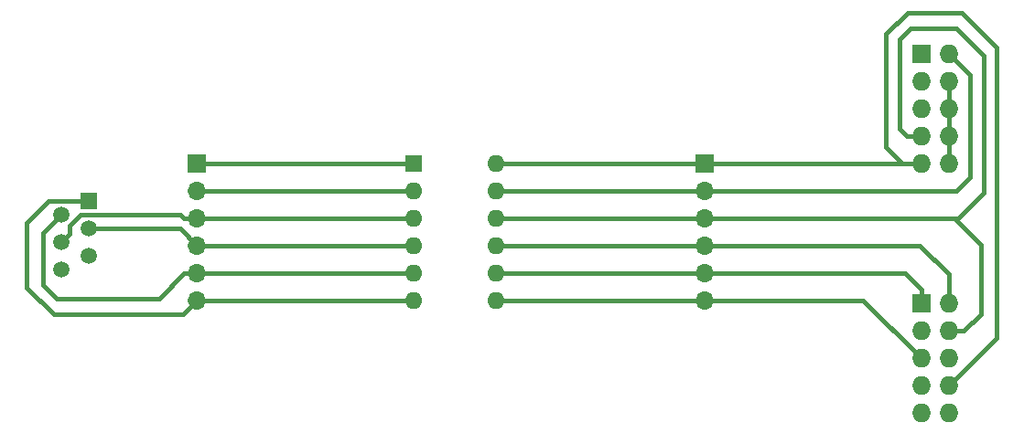
<source format=gbl>
G04 #@! TF.GenerationSoftware,KiCad,Pcbnew,(5.1.0-0)*
G04 #@! TF.CreationDate,2020-01-05T14:00:01+00:00*
G04 #@! TF.ProjectId,tag_connect_adaptor,7461675f-636f-46e6-9e65-63745f616461,V1.0*
G04 #@! TF.SameCoordinates,Original*
G04 #@! TF.FileFunction,Copper,L2,Bot*
G04 #@! TF.FilePolarity,Positive*
%FSLAX46Y46*%
G04 Gerber Fmt 4.6, Leading zero omitted, Abs format (unit mm)*
G04 Created by KiCad (PCBNEW (5.1.0-0)) date 2020-01-05 14:00:01*
%MOMM*%
%LPD*%
G04 APERTURE LIST*
%ADD10O,1.600000X1.600000*%
%ADD11R,1.600000X1.600000*%
%ADD12R,1.520000X1.520000*%
%ADD13C,1.520000*%
%ADD14O,1.727200X1.727200*%
%ADD15R,1.727200X1.727200*%
%ADD16O,1.700000X1.700000*%
%ADD17R,1.700000X1.700000*%
%ADD18C,0.457200*%
G04 APERTURE END LIST*
D10*
X68620000Y-61000000D03*
X61000000Y-73700000D03*
X68620000Y-63540000D03*
X61000000Y-71160000D03*
X68620000Y-66080000D03*
X61000000Y-68620000D03*
X68620000Y-68620000D03*
X61000000Y-66080000D03*
X68620000Y-71160000D03*
X61000000Y-63540000D03*
X68620000Y-73700000D03*
D11*
X61000000Y-61000000D03*
D12*
X31000000Y-64500000D03*
D13*
X28460000Y-65770000D03*
X31000000Y-67040000D03*
X28460000Y-68310000D03*
X31000000Y-69580000D03*
X28460000Y-70850000D03*
D14*
X110540000Y-84160000D03*
X108000000Y-84160000D03*
X110540000Y-81620000D03*
X108000000Y-81620000D03*
X110540000Y-79080000D03*
X108000000Y-79080000D03*
X110540000Y-76540000D03*
X108000000Y-76540000D03*
X110540000Y-74000000D03*
D15*
X108000000Y-74000000D03*
D14*
X110540000Y-61000000D03*
X108000000Y-61000000D03*
X110540000Y-58460000D03*
X108000000Y-58460000D03*
X110540000Y-55920000D03*
X108000000Y-55920000D03*
X110540000Y-53380000D03*
X108000000Y-53380000D03*
X110540000Y-50840000D03*
D15*
X108000000Y-50840000D03*
D16*
X88000000Y-73700000D03*
X88000000Y-71160000D03*
X88000000Y-68620000D03*
X88000000Y-66080000D03*
X88000000Y-63540000D03*
D17*
X88000000Y-61000000D03*
D16*
X41000000Y-73700000D03*
X41000000Y-71160000D03*
X41000000Y-68620000D03*
X41000000Y-66080000D03*
X41000000Y-63540000D03*
D17*
X41000000Y-61000000D03*
D18*
X42202081Y-73700000D02*
X61000000Y-73700000D01*
X41000000Y-73700000D02*
X42202081Y-73700000D01*
X25250000Y-72500000D02*
X27750000Y-75000000D01*
X27750000Y-75000000D02*
X39700000Y-75000000D01*
X39700000Y-75000000D02*
X41000000Y-73700000D01*
X31000000Y-65000000D02*
X30750000Y-64750000D01*
X25250000Y-66500000D02*
X25250000Y-67750000D01*
X25250000Y-67750000D02*
X25250000Y-72500000D01*
X27250000Y-64500000D02*
X29782800Y-64500000D01*
X29782800Y-64500000D02*
X31000000Y-64500000D01*
X25250000Y-66500000D02*
X27250000Y-64500000D01*
X42202081Y-71160000D02*
X61000000Y-71160000D01*
X41000000Y-71160000D02*
X42202081Y-71160000D01*
X37457919Y-73500000D02*
X28000000Y-73500000D01*
X39797919Y-71160000D02*
X37457919Y-73500000D01*
X28000000Y-73500000D02*
X26750000Y-72250000D01*
X41000000Y-71160000D02*
X39797919Y-71160000D01*
X26750000Y-67480000D02*
X28460000Y-65770000D01*
X26750000Y-70000000D02*
X26750000Y-67480000D01*
X26750000Y-72250000D02*
X26750000Y-70000000D01*
X26750000Y-70000000D02*
X26750000Y-67500000D01*
X41000000Y-68620000D02*
X61000000Y-68620000D01*
X39420000Y-67040000D02*
X41000000Y-68620000D01*
X31000000Y-67040000D02*
X39420000Y-67040000D01*
X42202081Y-66080000D02*
X61000000Y-66080000D01*
X41000000Y-66080000D02*
X42202081Y-66080000D01*
X40830000Y-66250000D02*
X41000000Y-66080000D01*
X29219999Y-67550001D02*
X29219999Y-66780001D01*
X28460000Y-68310000D02*
X29219999Y-67550001D01*
X29219999Y-66780001D02*
X30250000Y-65750000D01*
X39797919Y-66080000D02*
X41000000Y-66080000D01*
X39467919Y-65750000D02*
X39797919Y-66080000D01*
X30250000Y-65750000D02*
X39467919Y-65750000D01*
X59868630Y-63540000D02*
X41000000Y-63540000D01*
X61000000Y-63540000D02*
X59868630Y-63540000D01*
X41000000Y-61000000D02*
X61000000Y-61000000D01*
X68620000Y-73700000D02*
X88000000Y-73700000D01*
X110540000Y-61000000D02*
X110540000Y-58460000D01*
X110540000Y-55920000D02*
X110540000Y-58460000D01*
X110540000Y-53380000D02*
X110540000Y-55920000D01*
X102620000Y-73700000D02*
X88000000Y-73700000D01*
X108000000Y-79080000D02*
X102620000Y-73700000D01*
X68620000Y-71160000D02*
X88000000Y-71160000D01*
X106480800Y-71160000D02*
X89202081Y-71160000D01*
X89202081Y-71160000D02*
X88000000Y-71160000D01*
X108000000Y-72679200D02*
X106480800Y-71160000D01*
X108000000Y-74000000D02*
X108000000Y-72679200D01*
X86797919Y-68620000D02*
X68620000Y-68620000D01*
X88000000Y-68620000D02*
X86797919Y-68620000D01*
X110540000Y-71290000D02*
X110540000Y-74000000D01*
X107870000Y-68620000D02*
X110540000Y-71290000D01*
X88000000Y-68620000D02*
X107870000Y-68620000D01*
X68620000Y-66080000D02*
X88000000Y-66080000D01*
X88000000Y-66080000D02*
X111080000Y-66080000D01*
X106000000Y-57750000D02*
X106710000Y-58460000D01*
X106000000Y-49500000D02*
X106000000Y-57750000D01*
X107000000Y-48500000D02*
X106000000Y-49500000D01*
X111080000Y-66080000D02*
X111420000Y-66080000D01*
X111250000Y-48500000D02*
X107000000Y-48500000D01*
X113750000Y-51000000D02*
X111250000Y-48500000D01*
X106710000Y-58460000D02*
X108000000Y-58460000D01*
X113750000Y-63750000D02*
X113750000Y-51000000D01*
X111420000Y-66080000D02*
X113750000Y-63750000D01*
X113500000Y-75000000D02*
X113500000Y-68500000D01*
X111960000Y-76540000D02*
X113500000Y-75000000D01*
X113500000Y-68500000D02*
X111080000Y-66080000D01*
X110540000Y-76540000D02*
X111960000Y-76540000D01*
X88000000Y-63540000D02*
X68620000Y-63540000D01*
X112500000Y-62250000D02*
X112500000Y-52800000D01*
X112500000Y-52800000D02*
X110540000Y-50840000D01*
X111210000Y-63540000D02*
X112500000Y-62250000D01*
X88000000Y-63540000D02*
X111210000Y-63540000D01*
X68620000Y-61000000D02*
X88000000Y-61000000D01*
X88000000Y-61000000D02*
X108000000Y-61000000D01*
X115000000Y-77160000D02*
X110540000Y-81620000D01*
X115000000Y-50250000D02*
X115000000Y-77160000D01*
X106750000Y-47000000D02*
X111750000Y-47000000D01*
X104750000Y-49000000D02*
X106750000Y-47000000D01*
X104750000Y-59500000D02*
X104750000Y-49000000D01*
X106250000Y-61000000D02*
X104750000Y-59500000D01*
X111750000Y-47000000D02*
X115000000Y-50250000D01*
X108000000Y-61000000D02*
X106250000Y-61000000D01*
M02*

</source>
